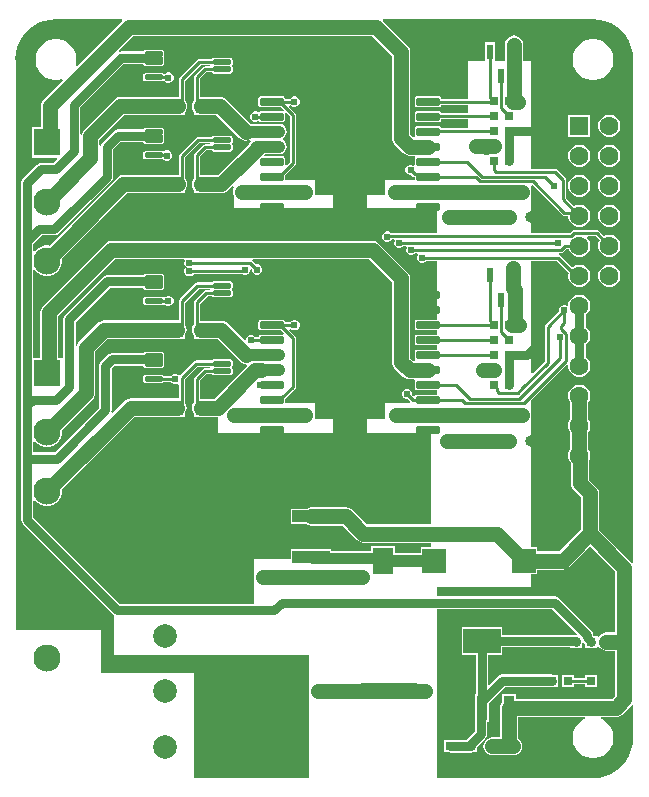
<source format=gtl>
G04*
G04 #@! TF.GenerationSoftware,Altium Limited,Altium Designer,21.5.1 (32)*
G04*
G04 Layer_Physical_Order=1*
G04 Layer_Color=7334*
%FSLAX25Y25*%
%MOIN*%
G70*
G04*
G04 #@! TF.SameCoordinates,4ADBACA6-D99A-42C5-8304-42A3838A2759*
G04*
G04*
G04 #@! TF.FilePolarity,Positive*
G04*
G01*
G75*
%ADD12C,0.01000*%
G04:AMPARAMS|DCode=18|XSize=59.06mil|YSize=17.72mil|CornerRadius=1.95mil|HoleSize=0mil|Usage=FLASHONLY|Rotation=180.000|XOffset=0mil|YOffset=0mil|HoleType=Round|Shape=RoundedRectangle|*
%AMROUNDEDRECTD18*
21,1,0.05906,0.01382,0,0,180.0*
21,1,0.05516,0.01772,0,0,180.0*
1,1,0.00390,-0.02758,0.00691*
1,1,0.00390,0.02758,0.00691*
1,1,0.00390,0.02758,-0.00691*
1,1,0.00390,-0.02758,-0.00691*
%
%ADD18ROUNDEDRECTD18*%
%ADD19R,0.03500X0.05000*%
G04:AMPARAMS|DCode=20|XSize=78.35mil|YSize=24.8mil|CornerRadius=1.98mil|HoleSize=0mil|Usage=FLASHONLY|Rotation=0.000|XOffset=0mil|YOffset=0mil|HoleType=Round|Shape=RoundedRectangle|*
%AMROUNDEDRECTD20*
21,1,0.07835,0.02084,0,0,0.0*
21,1,0.07438,0.02480,0,0,0.0*
1,1,0.00397,0.03719,-0.01042*
1,1,0.00397,-0.03719,-0.01042*
1,1,0.00397,-0.03719,0.01042*
1,1,0.00397,0.03719,0.01042*
%
%ADD20ROUNDEDRECTD20*%
%ADD21R,0.03000X0.03000*%
%ADD22R,0.39370X0.41142*%
%ADD23R,0.12598X0.04134*%
%ADD24R,0.06890X0.08661*%
%ADD25R,0.03000X0.03000*%
%ADD26R,0.02362X0.05118*%
%ADD27R,0.10630X0.03937*%
%ADD28O,0.10630X0.03937*%
%ADD29R,0.03937X0.10630*%
%ADD30O,0.03937X0.10630*%
%ADD31R,0.07874X0.07874*%
%ADD32O,0.18898X0.05512*%
%ADD33R,0.18898X0.05512*%
%ADD34R,0.12598X0.08268*%
%ADD35R,0.03543X0.08268*%
%ADD36P,0.03247X8X22.5*%
%ADD63R,0.23622X0.37795*%
%ADD64R,0.11417X0.15748*%
%ADD65C,0.05000*%
%ADD66C,0.04000*%
%ADD67C,0.03000*%
%ADD68C,0.03500*%
%ADD69C,0.07874*%
%ADD70R,0.06299X0.06299*%
%ADD71C,0.06299*%
%ADD72R,0.09055X0.09055*%
%ADD73C,0.09055*%
%ADD74C,0.02400*%
G36*
X0Y239471D02*
X21984D01*
X22191Y238971D01*
X6949Y223729D01*
X6534Y224006D01*
X6538Y224017D01*
X6799Y225330D01*
Y226670D01*
X6538Y227983D01*
X6025Y229221D01*
X5281Y230334D01*
X4334Y231281D01*
X3221Y232025D01*
X1983Y232538D01*
X670Y232799D01*
X-670D01*
X-1983Y232538D01*
X-3221Y232025D01*
X-4334Y231281D01*
X-5281Y230334D01*
X-6025Y229221D01*
X-6538Y227983D01*
X-6799Y226670D01*
Y225330D01*
X-6538Y224017D01*
X-6025Y222779D01*
X-5281Y221666D01*
X-4334Y220719D01*
X-3221Y219975D01*
X-1983Y219462D01*
X-670Y219201D01*
X670D01*
X1983Y219462D01*
X1994Y219466D01*
X2271Y219051D01*
X-4242Y212537D01*
X-4723Y211911D01*
X-5025Y211181D01*
X-5128Y210398D01*
Y203398D01*
X-8028D01*
Y193342D01*
X319D01*
X510Y192881D01*
X-831Y191539D01*
X-5000D01*
X-5000Y191539D01*
X-5780Y191384D01*
X-6442Y190942D01*
X-10970Y186414D01*
X-11411Y185753D01*
X-11567Y184972D01*
Y165472D01*
Y110743D01*
Y93000D01*
Y72528D01*
X-11411Y71747D01*
X-10970Y71086D01*
X19058Y41058D01*
X19500Y40763D01*
Y27500D01*
X84500D01*
Y15697D01*
X84474Y15500D01*
X84500Y15303D01*
Y-13471D01*
X46000D01*
Y21500D01*
X15000D01*
Y36000D01*
X-13471D01*
Y226000D01*
X-13486Y226076D01*
X-13326Y228111D01*
X-12831Y230169D01*
X-12021Y232125D01*
X-10915Y233930D01*
X-9540Y235540D01*
X-7930Y236915D01*
X-6125Y238021D01*
X-4169Y238831D01*
X-2111Y239325D01*
X-76Y239486D01*
X0Y239471D01*
D02*
G37*
G36*
X111974Y227318D02*
Y199929D01*
X112077Y199146D01*
X112380Y198416D01*
X112860Y197789D01*
X115789Y194860D01*
X115789Y194860D01*
X116416Y194379D01*
X117146Y194077D01*
X117929Y193974D01*
X117929Y193974D01*
X119519D01*
X119649Y193758D01*
X119730Y193474D01*
X119623Y193314D01*
X119569Y193042D01*
Y190958D01*
X119571Y190946D01*
X119315Y190755D01*
X119118Y190665D01*
X118541Y190903D01*
X117865D01*
X117240Y190644D01*
X116762Y190166D01*
X116503Y189541D01*
Y188865D01*
X116762Y188240D01*
X117240Y187762D01*
X117865Y187503D01*
X118461D01*
X118989Y186975D01*
X119320Y186754D01*
X119569Y186705D01*
Y186000D01*
X76384D01*
Y187442D01*
X79721Y190779D01*
X79942Y191110D01*
X80020Y191500D01*
Y207630D01*
X79942Y208020D01*
X79721Y208351D01*
X77744Y210328D01*
X77925Y210854D01*
X78207Y210889D01*
X78537Y210559D01*
X79162Y210300D01*
X79838D01*
X80463Y210559D01*
X80941Y211037D01*
X81200Y211662D01*
Y212338D01*
X80941Y212963D01*
X80463Y213441D01*
X79838Y213700D01*
X79162D01*
X78537Y213441D01*
X78115Y213020D01*
X76384D01*
Y213042D01*
X76329Y213314D01*
X76175Y213545D01*
X75944Y213700D01*
X75672Y213754D01*
X68234D01*
X67961Y213700D01*
X67730Y213545D01*
X67576Y213314D01*
X67522Y213042D01*
Y210958D01*
X67576Y210686D01*
X67730Y210455D01*
X67961Y210300D01*
X68234Y210246D01*
X74942D01*
X75987Y209201D01*
X75741Y208740D01*
X75672Y208754D01*
X68234D01*
X67961Y208700D01*
X67730Y208545D01*
X67675Y208462D01*
X67463Y208441D01*
X66838Y208700D01*
X66162D01*
X65537Y208441D01*
X65059Y207963D01*
X64800Y207338D01*
Y206662D01*
X65059Y206037D01*
X65537Y205559D01*
X66162Y205300D01*
X66838D01*
X67463Y205559D01*
X67675Y205538D01*
X67730Y205455D01*
X67961Y205300D01*
X68234Y205246D01*
X75672D01*
X75944Y205300D01*
X76175Y205455D01*
X76329Y205686D01*
X76384Y205958D01*
Y208042D01*
X76370Y208111D01*
X76831Y208357D01*
X77980Y207208D01*
Y191922D01*
X76863Y190805D01*
X76561Y190902D01*
X76384Y191033D01*
Y193042D01*
X76329Y193314D01*
X76175Y193545D01*
X75944Y193700D01*
X75672Y193754D01*
X69703D01*
X69460Y194254D01*
X69615Y194451D01*
X74500D01*
X75476Y194645D01*
X76302Y195198D01*
X76855Y196025D01*
X77049Y197000D01*
X76855Y197976D01*
X76302Y198802D01*
X75684Y199216D01*
Y199784D01*
X76302Y200198D01*
X76855Y201025D01*
X77049Y202000D01*
X76855Y202976D01*
X76302Y203802D01*
X75476Y204355D01*
X74500Y204549D01*
X64953D01*
X56862Y212640D01*
X56236Y213121D01*
X55506Y213423D01*
X54723Y213526D01*
X48241D01*
X48079Y213668D01*
Y219637D01*
X50143Y221701D01*
X52043D01*
X52158Y221529D01*
X52388Y221375D01*
X52659Y221321D01*
X58175D01*
X58446Y221375D01*
X58676Y221529D01*
X58830Y221758D01*
X58884Y222029D01*
Y223411D01*
X58830Y223682D01*
X58709Y224000D01*
X58830Y224318D01*
X58884Y224589D01*
Y225971D01*
X58830Y226242D01*
X58676Y226471D01*
X58446Y226625D01*
X58175Y226679D01*
X52659D01*
X52388Y226625D01*
X52158Y226471D01*
X52043Y226299D01*
X47780D01*
X47389Y226221D01*
X47059Y226000D01*
X41220Y220162D01*
X40999Y219831D01*
X40922Y219441D01*
Y213668D01*
X40760Y213526D01*
X21500D01*
X21500Y213526D01*
X20717Y213423D01*
X19987Y213121D01*
X19361Y212640D01*
X9360Y202640D01*
X8879Y202013D01*
X8577Y201283D01*
X8539Y200994D01*
X8039Y201027D01*
Y210022D01*
X22635Y224618D01*
X29116D01*
Y224589D01*
X29170Y224318D01*
X29324Y224088D01*
X29554Y223934D01*
X29825Y223880D01*
X35341D01*
X35612Y223934D01*
X35842Y224088D01*
X35995Y224318D01*
X36049Y224589D01*
Y225971D01*
X35995Y226242D01*
X35989Y226250D01*
X36039Y226500D01*
X35971Y226841D01*
X35995Y226876D01*
X36049Y227148D01*
Y228530D01*
X35995Y228801D01*
X35842Y229030D01*
X35612Y229184D01*
X35341Y229238D01*
X29825D01*
X29554Y229184D01*
X29324Y229030D01*
X29170Y228801D01*
X29149Y228696D01*
X21790D01*
X21593Y228657D01*
X21144D01*
X20936Y229157D01*
X25753Y233974D01*
X105318D01*
X111974Y227318D01*
D02*
G37*
G36*
X51446Y224000D02*
X51295Y223740D01*
X49720D01*
X49330Y223662D01*
X49000Y223441D01*
X46338Y220780D01*
X46117Y220450D01*
X46040Y220059D01*
Y213500D01*
X45990D01*
Y212496D01*
X45620Y212013D01*
X45318Y211283D01*
X45215Y210500D01*
X45318Y209717D01*
X45620Y208987D01*
X45990Y208505D01*
Y207500D01*
X48044D01*
X48241Y207474D01*
X53469D01*
X61083Y199860D01*
X61710Y199380D01*
X62440Y199077D01*
X63223Y198974D01*
X64006Y199077D01*
X64626Y199334D01*
X64860Y199269D01*
X64966Y198729D01*
X64962Y198718D01*
X64860Y198640D01*
X64380Y198013D01*
X64363Y197974D01*
X53916Y187526D01*
X48241D01*
X48079Y187668D01*
Y193637D01*
X50143Y195701D01*
X52043D01*
X52158Y195528D01*
X52388Y195375D01*
X52659Y195321D01*
X58175D01*
X58446Y195375D01*
X58676Y195528D01*
X58830Y195758D01*
X58884Y196029D01*
Y197411D01*
X58830Y197682D01*
X58709Y198000D01*
X58830Y198318D01*
X58884Y198589D01*
Y199970D01*
X58830Y200242D01*
X58676Y200471D01*
X58446Y200625D01*
X58175Y200679D01*
X52659D01*
X52388Y200625D01*
X52158Y200471D01*
X52043Y200299D01*
X47280D01*
X46889Y200221D01*
X46559Y200001D01*
X41220Y194662D01*
X40999Y194331D01*
X40922Y193941D01*
Y187668D01*
X40760Y187526D01*
X22500D01*
X21717Y187423D01*
X20987Y187121D01*
X20361Y186640D01*
X-2270Y164009D01*
X-2338Y164028D01*
X-3662D01*
X-4941Y163685D01*
X-6087Y163023D01*
X-6988Y162122D01*
X-7247Y162147D01*
X-7488Y162212D01*
Y164628D01*
X-4655Y167461D01*
X-500D01*
X280Y167616D01*
X942Y168058D01*
X18442Y185558D01*
X18884Y186220D01*
X19039Y187000D01*
Y196155D01*
X21502Y198618D01*
X29116D01*
Y198589D01*
X29170Y198318D01*
X29324Y198088D01*
X29554Y197934D01*
X29825Y197880D01*
X35341D01*
X35612Y197934D01*
X35842Y198088D01*
X35995Y198318D01*
X36049Y198589D01*
Y199970D01*
X35995Y200242D01*
X35989Y200250D01*
X36039Y200500D01*
X35971Y200841D01*
X35995Y200876D01*
X36049Y201148D01*
Y202530D01*
X35995Y202801D01*
X35842Y203030D01*
X35612Y203184D01*
X35341Y203238D01*
X29825D01*
X29554Y203184D01*
X29324Y203030D01*
X29170Y202801D01*
X29149Y202696D01*
X20657D01*
X19877Y202541D01*
X19215Y202099D01*
X15558Y198442D01*
X15116Y197780D01*
X15026Y197327D01*
X14526Y197376D01*
Y199247D01*
X22754Y207474D01*
X40760D01*
X40957Y207500D01*
X43010D01*
Y208505D01*
X43381Y208987D01*
X43683Y209717D01*
X43786Y210500D01*
X43683Y211283D01*
X43381Y212013D01*
X43010Y212496D01*
Y213500D01*
X42961D01*
Y219019D01*
X48202Y224260D01*
X51295D01*
X51446Y224000D01*
D02*
G37*
G36*
X181111Y239325D02*
X183169Y238831D01*
X185125Y238021D01*
X186930Y236915D01*
X188540Y235540D01*
X189915Y233930D01*
X191021Y232125D01*
X191831Y230169D01*
X192325Y228111D01*
X192486Y226076D01*
X192471Y226000D01*
Y58406D01*
X191971Y58236D01*
X191640Y58667D01*
X191640Y58667D01*
X181026Y69281D01*
Y70311D01*
Y81500D01*
X181026Y81500D01*
X180974Y81892D01*
X180923Y82283D01*
X180621Y83013D01*
X180140Y83640D01*
X177775Y86005D01*
Y92372D01*
X177901Y92591D01*
X178150Y93520D01*
Y94481D01*
X177901Y95409D01*
X177526Y96058D01*
Y101942D01*
X177901Y102591D01*
X178150Y103519D01*
Y104481D01*
X177901Y105409D01*
X177526Y106058D01*
Y111942D01*
X177901Y112591D01*
X178150Y113520D01*
Y114480D01*
X177901Y115409D01*
X177420Y116241D01*
X176741Y116920D01*
X175909Y117401D01*
X174980Y117650D01*
X174020D01*
X173091Y117401D01*
X172259Y116920D01*
X171580Y116241D01*
X171099Y115409D01*
X170850Y114480D01*
Y113520D01*
X171099Y112591D01*
X171474Y111942D01*
Y106058D01*
X171099Y105409D01*
X170850Y104481D01*
Y103519D01*
X171099Y102591D01*
X171474Y101942D01*
Y96058D01*
X171099Y95409D01*
X170850Y94481D01*
Y93520D01*
X171099Y92591D01*
X171580Y91759D01*
X171723Y91616D01*
Y84751D01*
X171826Y83968D01*
X172128Y83239D01*
X172609Y82612D01*
X174974Y80247D01*
Y70311D01*
Y69281D01*
X167719Y62026D01*
X160437D01*
Y63437D01*
X158500D01*
Y107303D01*
X158526Y107500D01*
X158500Y107697D01*
Y112558D01*
X170350Y124408D01*
X170850Y124201D01*
Y123520D01*
X171099Y122591D01*
X171580Y121759D01*
X172259Y121080D01*
X173091Y120599D01*
X174020Y120350D01*
X174980D01*
X175909Y120599D01*
X176741Y121080D01*
X177420Y121759D01*
X177901Y122591D01*
X178150Y123520D01*
Y124480D01*
X177901Y125409D01*
X177420Y126241D01*
X176741Y126920D01*
X176539Y127037D01*
Y130963D01*
X176741Y131080D01*
X177420Y131759D01*
X177901Y132591D01*
X178150Y133519D01*
Y134481D01*
X177901Y135409D01*
X177420Y136241D01*
X176741Y136920D01*
X176539Y137037D01*
Y140963D01*
X176741Y141080D01*
X177420Y141759D01*
X177901Y142591D01*
X178150Y143519D01*
Y144481D01*
X177901Y145409D01*
X177420Y146241D01*
X176741Y146920D01*
X175909Y147401D01*
X174980Y147650D01*
X174020D01*
X173091Y147401D01*
X172259Y146920D01*
X171580Y146241D01*
X171099Y145409D01*
X170850Y144481D01*
Y144207D01*
X170350Y143988D01*
X169838Y144200D01*
X169162D01*
X168537Y143941D01*
X168059Y143463D01*
X167800Y142838D01*
Y142242D01*
X163279Y137721D01*
X163058Y137390D01*
X162980Y137000D01*
Y125422D01*
X158962Y121404D01*
X158500Y121595D01*
Y158980D01*
X166915D01*
X170970Y154926D01*
X170850Y154481D01*
Y153519D01*
X171099Y152591D01*
X171580Y151759D01*
X172259Y151080D01*
X173091Y150599D01*
X174020Y150350D01*
X174980D01*
X175909Y150599D01*
X176741Y151080D01*
X177420Y151759D01*
X177901Y152591D01*
X178150Y153519D01*
Y154481D01*
X177901Y155409D01*
X177420Y156241D01*
X176741Y156920D01*
X175909Y157401D01*
X174980Y157650D01*
X174020D01*
X173091Y157401D01*
X172259Y156920D01*
X172059Y156720D01*
X168059Y160721D01*
X167728Y160942D01*
X167545Y160978D01*
X167594Y161478D01*
X168411D01*
X168801Y161556D01*
X169132Y161777D01*
X170273Y162917D01*
X171012D01*
X171099Y162591D01*
X171580Y161759D01*
X172259Y161080D01*
X173091Y160599D01*
X174020Y160350D01*
X174980D01*
X175909Y160599D01*
X176741Y161080D01*
X177420Y161759D01*
X177901Y162591D01*
X178150Y163520D01*
Y164480D01*
X177901Y165409D01*
X177420Y166241D01*
X177031Y166630D01*
X177238Y167130D01*
X179928D01*
X181300Y165758D01*
X181099Y165409D01*
X180850Y164480D01*
Y163520D01*
X181099Y162591D01*
X181580Y161759D01*
X182259Y161080D01*
X183091Y160599D01*
X184019Y160350D01*
X184980D01*
X185909Y160599D01*
X186741Y161080D01*
X187420Y161759D01*
X187901Y162591D01*
X188150Y163520D01*
Y164480D01*
X187901Y165409D01*
X187420Y166241D01*
X186741Y166920D01*
X185909Y167401D01*
X184980Y167650D01*
X184019D01*
X183091Y167401D01*
X182743Y167200D01*
X181071Y168871D01*
X180741Y169092D01*
X180350Y169169D01*
X172781D01*
X172391Y169092D01*
X172060Y168871D01*
X171409Y168220D01*
X158500D01*
Y181803D01*
X158526Y182000D01*
X158500Y182197D01*
Y183851D01*
X159000Y184058D01*
X168779Y174279D01*
X169110Y174058D01*
X169500Y173980D01*
X170850D01*
Y173520D01*
X171099Y172591D01*
X171580Y171759D01*
X172259Y171080D01*
X173091Y170599D01*
X174020Y170350D01*
X174980D01*
X175909Y170599D01*
X176741Y171080D01*
X177420Y171759D01*
X177901Y172591D01*
X178150Y173520D01*
Y174480D01*
X177901Y175409D01*
X177420Y176241D01*
X176741Y176920D01*
X175909Y177401D01*
X174980Y177650D01*
X174020D01*
X173091Y177401D01*
X172742Y177199D01*
X170020Y179922D01*
Y186000D01*
X169942Y186390D01*
X169721Y186721D01*
X167221Y189221D01*
X166890Y189442D01*
X166500Y189520D01*
X158500D01*
Y225500D01*
X155707D01*
Y231000D01*
X155604Y231783D01*
X155302Y232513D01*
X154821Y233140D01*
X154194Y233621D01*
X153464Y233923D01*
X152681Y234026D01*
X151898Y233923D01*
X151168Y233621D01*
X150541Y233140D01*
X150061Y232513D01*
X149758Y231783D01*
X149655Y231000D01*
Y225500D01*
X146910D01*
X146441Y225575D01*
Y231693D01*
X143079D01*
Y225575D01*
X142610Y225500D01*
X137500D01*
Y213020D01*
X128431D01*
Y213042D01*
X128377Y213314D01*
X128222Y213545D01*
X127991Y213700D01*
X127719Y213754D01*
X120281D01*
X120009Y213700D01*
X119778Y213545D01*
X119623Y213314D01*
X119569Y213042D01*
Y210958D01*
X119623Y210686D01*
X119778Y210455D01*
X120009Y210300D01*
X120281Y210246D01*
X127719D01*
X127991Y210300D01*
X128222Y210455D01*
X128377Y210686D01*
X128431Y210958D01*
Y210980D01*
X137500D01*
Y208118D01*
X128416D01*
X128377Y208314D01*
X128222Y208545D01*
X127991Y208700D01*
X127719Y208754D01*
X120281D01*
X120009Y208700D01*
X119778Y208545D01*
X119623Y208314D01*
X119569Y208042D01*
Y205958D01*
X119623Y205686D01*
X119778Y205455D01*
X120009Y205300D01*
X120281Y205246D01*
X127719D01*
X127991Y205300D01*
X128222Y205455D01*
X128377Y205686D01*
X128431Y205958D01*
Y206079D01*
X137500D01*
Y203118D01*
X128416D01*
X128377Y203314D01*
X128222Y203545D01*
X127991Y203700D01*
X127719Y203754D01*
X120281D01*
X120009Y203700D01*
X119778Y203545D01*
X119623Y203314D01*
X119569Y203042D01*
Y200958D01*
X119623Y200686D01*
X119638Y200664D01*
X119431Y200170D01*
X119069Y200139D01*
X118026Y201182D01*
Y228571D01*
X117923Y229354D01*
X117621Y230084D01*
X117140Y230711D01*
X108880Y238971D01*
X109087Y239471D01*
X179000D01*
X179076Y239486D01*
X181111Y239325D01*
D02*
G37*
G36*
X51446Y198000D02*
X51295Y197740D01*
X49720D01*
X49330Y197662D01*
X49000Y197441D01*
X46338Y194780D01*
X46117Y194450D01*
X46040Y194059D01*
Y187500D01*
X45990D01*
Y186496D01*
X45620Y186013D01*
X45318Y185284D01*
X45215Y184500D01*
X45318Y183717D01*
X45620Y182987D01*
X45990Y182504D01*
Y181500D01*
X48044D01*
X48241Y181474D01*
X55169D01*
X55952Y181578D01*
X56682Y181880D01*
X57309Y182361D01*
X58744Y183796D01*
X59323Y183668D01*
X59336Y183632D01*
X59348Y183437D01*
X59077Y182783D01*
X58974Y182000D01*
X59077Y181217D01*
X59380Y180487D01*
X59500Y180330D01*
Y176500D01*
X127000D01*
Y168220D01*
X111685D01*
X111463Y168441D01*
X110838Y168700D01*
X110162D01*
X109537Y168441D01*
X109059Y167963D01*
X108800Y167338D01*
Y166662D01*
X109059Y166037D01*
X109537Y165559D01*
X110162Y165300D01*
X110838D01*
X111463Y165559D01*
X111941Y166037D01*
X112001Y166180D01*
X112623D01*
X112942Y165680D01*
X112800Y165338D01*
Y164662D01*
X113059Y164037D01*
X113537Y163559D01*
X114162Y163300D01*
X114838D01*
X115463Y163559D01*
X115734Y163829D01*
X116774D01*
X117004Y163329D01*
X116800Y162836D01*
Y162160D01*
X117059Y161535D01*
X117537Y161057D01*
X118162Y160798D01*
X118838D01*
X119463Y161057D01*
X119885Y161478D01*
X120367D01*
X120574Y160978D01*
X120559Y160963D01*
X120300Y160338D01*
Y159662D01*
X120559Y159037D01*
X121037Y158559D01*
X121662Y158300D01*
X122338D01*
X122963Y158559D01*
X123385Y158980D01*
X127000D01*
Y139254D01*
X120281D01*
X120009Y139200D01*
X119778Y139045D01*
X119623Y138814D01*
X119569Y138542D01*
Y136458D01*
X119623Y136186D01*
X119778Y135955D01*
X120009Y135800D01*
X120281Y135746D01*
X127000D01*
Y134254D01*
X120281D01*
X120009Y134200D01*
X119778Y134045D01*
X119623Y133814D01*
X119569Y133542D01*
Y131458D01*
X119623Y131186D01*
X119778Y130955D01*
X120009Y130800D01*
X120281Y130746D01*
X127000D01*
Y129254D01*
X120281D01*
X120009Y129200D01*
X119778Y129045D01*
X119623Y128814D01*
X119569Y128542D01*
Y126458D01*
X119623Y126186D01*
X119778Y125955D01*
X119818Y125927D01*
X119667Y125427D01*
X119182D01*
X118026Y126584D01*
Y153071D01*
X117923Y153854D01*
X117621Y154584D01*
X117140Y155211D01*
X117140Y155211D01*
X107711Y164640D01*
X107084Y165120D01*
X106354Y165423D01*
X105571Y165526D01*
X18500D01*
X18500Y165526D01*
X18108Y165474D01*
X17717Y165423D01*
X16987Y165120D01*
X16360Y164640D01*
X-4309Y143971D01*
X-4790Y143344D01*
X-5092Y142614D01*
X-5195Y141831D01*
Y126528D01*
X-7488D01*
Y155788D01*
X-7247Y155853D01*
X-6988Y155878D01*
X-6087Y154977D01*
X-4941Y154315D01*
X-3662Y153972D01*
X-2338D01*
X-1059Y154315D01*
X87Y154977D01*
X1023Y155913D01*
X1685Y157059D01*
X2028Y158338D01*
Y159662D01*
X2009Y159730D01*
X23754Y181474D01*
X40760D01*
X40957Y181500D01*
X43010D01*
Y182504D01*
X43381Y182987D01*
X43683Y183717D01*
X43786Y184500D01*
X43683Y185284D01*
X43381Y186013D01*
X43010Y186496D01*
Y187500D01*
X42961D01*
Y193519D01*
X47702Y198260D01*
X51295D01*
X51446Y198000D01*
D02*
G37*
G36*
X111974Y151818D02*
Y125330D01*
X112077Y124547D01*
X112380Y123818D01*
X112860Y123191D01*
X115789Y120262D01*
X115789Y120262D01*
X116416Y119781D01*
X117146Y119479D01*
X117929Y119376D01*
X117929Y119376D01*
X119441D01*
X119664Y118876D01*
X119623Y118814D01*
X119569Y118542D01*
Y116458D01*
X119623Y116186D01*
X119778Y115955D01*
X120009Y115800D01*
X120281Y115746D01*
X127000D01*
Y114254D01*
X120281D01*
X120009Y114200D01*
X119778Y114045D01*
X119708Y113941D01*
X119258Y113823D01*
X119116Y113826D01*
X118700Y114242D01*
Y114838D01*
X118441Y115463D01*
X117963Y115941D01*
X117338Y116200D01*
X116662D01*
X116037Y115941D01*
X115559Y115463D01*
X115300Y114838D01*
Y114162D01*
X115559Y113537D01*
X116037Y113059D01*
X116662Y112800D01*
X117258D01*
X118058Y112000D01*
X117851Y111500D01*
X76384D01*
Y112942D01*
X79721Y116279D01*
X79942Y116610D01*
X80020Y117000D01*
Y133031D01*
X79942Y133422D01*
X79721Y133753D01*
X77744Y135730D01*
X77925Y136256D01*
X78207Y136291D01*
X78537Y135960D01*
X79162Y135702D01*
X79838D01*
X80463Y135960D01*
X80941Y136439D01*
X81200Y137063D01*
Y137740D01*
X80941Y138365D01*
X80463Y138843D01*
X79838Y139102D01*
X79162D01*
X78537Y138843D01*
X78115Y138421D01*
X76384D01*
Y138542D01*
X76329Y138814D01*
X76175Y139045D01*
X75944Y139200D01*
X75672Y139254D01*
X68234D01*
X67961Y139200D01*
X67730Y139045D01*
X67576Y138814D01*
X67522Y138542D01*
Y136458D01*
X67576Y136186D01*
X67730Y135955D01*
X67961Y135800D01*
X68234Y135746D01*
X74843D01*
X75864Y134725D01*
X75712Y134353D01*
X75629Y134254D01*
X68234D01*
X67961Y134200D01*
X67730Y134045D01*
X67576Y133814D01*
X67522Y133542D01*
Y133421D01*
X66385D01*
X65963Y133843D01*
X65338Y134102D01*
X64662D01*
X64037Y133843D01*
X63559Y133364D01*
X63300Y132740D01*
Y132686D01*
X62800Y132479D01*
X57238Y138041D01*
X56611Y138522D01*
X55881Y138825D01*
X55098Y138928D01*
X48241D01*
X48079Y139069D01*
Y144637D01*
X50544Y147102D01*
X52043D01*
X52158Y146930D01*
X52388Y146776D01*
X52659Y146723D01*
X58175D01*
X58446Y146776D01*
X58676Y146930D01*
X58830Y147160D01*
X58884Y147431D01*
Y148813D01*
X58830Y149084D01*
X58709Y149402D01*
X58830Y149719D01*
X58884Y149990D01*
Y151372D01*
X58830Y151643D01*
X58676Y151873D01*
X58446Y152027D01*
X58175Y152081D01*
X52659D01*
X52388Y152027D01*
X52158Y151873D01*
X52043Y151701D01*
X47181D01*
X46791Y151623D01*
X46460Y151402D01*
X41220Y146162D01*
X40999Y145831D01*
X40922Y145441D01*
Y139353D01*
X40546Y139023D01*
X40523Y139026D01*
X16000D01*
X15217Y138923D01*
X14487Y138620D01*
X13860Y138140D01*
X7860Y132140D01*
X7379Y131513D01*
X7077Y130783D01*
X7039Y130494D01*
X6539Y130527D01*
Y138655D01*
X17903Y150020D01*
X29116D01*
Y149990D01*
X29170Y149719D01*
X29324Y149489D01*
X29554Y149336D01*
X29825Y149282D01*
X35341D01*
X35612Y149336D01*
X35842Y149489D01*
X35995Y149719D01*
X36049Y149990D01*
Y151372D01*
X35995Y151643D01*
X35974Y151674D01*
X36039Y152000D01*
X35987Y152265D01*
X35995Y152278D01*
X36049Y152549D01*
Y153931D01*
X35995Y154202D01*
X35842Y154432D01*
X35612Y154586D01*
X35341Y154640D01*
X29825D01*
X29554Y154586D01*
X29324Y154432D01*
X29170Y154202D01*
X29149Y154098D01*
X17059D01*
X16278Y153943D01*
X15617Y153501D01*
X3058Y140942D01*
X2616Y140280D01*
X2461Y139500D01*
Y126689D01*
X2028Y126528D01*
Y126528D01*
X857D01*
Y140577D01*
X19753Y159474D01*
X42617D01*
X42939Y158974D01*
X42800Y158638D01*
Y157962D01*
X43059Y157337D01*
X43219Y157177D01*
X43529Y156850D01*
X43219Y156523D01*
X43059Y156363D01*
X42800Y155738D01*
Y155062D01*
X43059Y154437D01*
X43537Y153959D01*
X44162Y153700D01*
X44838D01*
X45463Y153959D01*
X45941Y154437D01*
X46001Y154580D01*
X61793D01*
X62014Y154359D01*
X62639Y154100D01*
X63315D01*
X63940Y154359D01*
X64418Y154837D01*
X64677Y155462D01*
Y155818D01*
X65177Y156103D01*
X65300Y156030D01*
Y155662D01*
X65559Y155037D01*
X66037Y154559D01*
X66662Y154300D01*
X67338D01*
X67963Y154559D01*
X68441Y155037D01*
X68700Y155662D01*
Y156338D01*
X68441Y156963D01*
X67963Y157441D01*
X67338Y157700D01*
X66742D01*
X65468Y158974D01*
X65494Y159170D01*
X65643Y159474D01*
X104318D01*
X111974Y151818D01*
D02*
G37*
G36*
X51446Y149402D02*
X51295Y149142D01*
X50122D01*
X49732Y149064D01*
X49401Y148843D01*
X46338Y145780D01*
X46117Y145450D01*
X46040Y145059D01*
Y138902D01*
X45990D01*
Y137898D01*
X45620Y137415D01*
X45318Y136685D01*
X45215Y135902D01*
X45318Y135119D01*
X45620Y134389D01*
X45990Y133906D01*
Y132902D01*
X48044D01*
X48241Y132876D01*
X53845D01*
X61360Y125360D01*
X61987Y124880D01*
X62717Y124577D01*
X63489Y124476D01*
X63515Y124442D01*
X63719Y123999D01*
X52649Y112928D01*
X48241D01*
X48079Y113069D01*
Y119137D01*
X50044Y121102D01*
X52043D01*
X52158Y120930D01*
X52388Y120776D01*
X52659Y120723D01*
X58175D01*
X58446Y120776D01*
X58676Y120930D01*
X58830Y121160D01*
X58884Y121431D01*
Y122813D01*
X58830Y123084D01*
X58709Y123402D01*
X58830Y123719D01*
X58884Y123990D01*
Y125372D01*
X58830Y125643D01*
X58676Y125873D01*
X58446Y126027D01*
X58175Y126081D01*
X52659D01*
X52388Y126027D01*
X52158Y125873D01*
X52043Y125701D01*
X46681D01*
X46291Y125623D01*
X45960Y125402D01*
X41435Y120877D01*
X40785Y120819D01*
X40663Y120941D01*
X40038Y121200D01*
X39362D01*
X38737Y120941D01*
X38347Y120551D01*
X35978D01*
X35842Y120755D01*
X35612Y120908D01*
X35341Y120962D01*
X29825D01*
X29554Y120908D01*
X29324Y120755D01*
X29170Y120525D01*
X29116Y120254D01*
Y118872D01*
X29170Y118601D01*
X29324Y118371D01*
X29554Y118218D01*
X29825Y118164D01*
X35341D01*
X35612Y118218D01*
X35842Y118371D01*
X35936Y118512D01*
X38284D01*
X38737Y118059D01*
X39362Y117800D01*
X40038D01*
X40422Y117959D01*
X40922Y117664D01*
Y113353D01*
X40546Y113023D01*
X40523Y113026D01*
X24870D01*
X24870Y113026D01*
X24087Y112923D01*
X23357Y112620D01*
X22730Y112140D01*
X22730Y112140D01*
X18887Y108296D01*
X18426Y108542D01*
X18539Y109112D01*
Y123155D01*
X19403Y124020D01*
X29116D01*
Y123990D01*
X29170Y123719D01*
X29324Y123489D01*
X29554Y123336D01*
X29825Y123282D01*
X35341D01*
X35612Y123336D01*
X35842Y123489D01*
X35995Y123719D01*
X36049Y123990D01*
Y125372D01*
X35995Y125643D01*
X35974Y125674D01*
X36039Y126000D01*
X35987Y126265D01*
X35995Y126278D01*
X36049Y126549D01*
Y127931D01*
X35995Y128202D01*
X35842Y128432D01*
X35612Y128586D01*
X35341Y128640D01*
X29825D01*
X29554Y128586D01*
X29324Y128432D01*
X29170Y128202D01*
X29149Y128098D01*
X18559D01*
X17778Y127943D01*
X17117Y127501D01*
X15058Y125442D01*
X14616Y124780D01*
X14461Y124000D01*
Y109957D01*
X-457Y95039D01*
X-7488D01*
Y98603D01*
X-7247Y98668D01*
X-6988Y98693D01*
X-6087Y97792D01*
X-4941Y97130D01*
X-3662Y96787D01*
X-2338D01*
X-1059Y97130D01*
X87Y97792D01*
X1023Y98728D01*
X1685Y99874D01*
X2028Y101153D01*
Y102477D01*
X2009Y102545D01*
X12140Y112675D01*
X12140Y112675D01*
X12620Y113302D01*
X12923Y114032D01*
X13026Y114815D01*
X13026Y114815D01*
Y128747D01*
X17253Y132974D01*
X38510D01*
Y132902D01*
X43010D01*
Y134313D01*
X43144Y134487D01*
X43446Y135217D01*
X43549Y136000D01*
X43446Y136783D01*
X43144Y137513D01*
X43010Y137687D01*
Y138902D01*
X42961D01*
Y145019D01*
X47603Y149662D01*
X51295D01*
X51446Y149402D01*
D02*
G37*
G36*
Y123402D02*
X51295Y123142D01*
X49622D01*
X49232Y123064D01*
X48901Y122843D01*
X46338Y120280D01*
X46117Y119950D01*
X46040Y119559D01*
Y112902D01*
X45990D01*
Y111898D01*
X45620Y111415D01*
X45318Y110685D01*
X45215Y109902D01*
X45318Y109119D01*
X45620Y108389D01*
X45990Y107906D01*
Y106902D01*
X48044D01*
X48241Y106876D01*
X53902D01*
X54000Y106790D01*
Y101500D01*
X125000D01*
Y71026D01*
X103753D01*
X98947Y75832D01*
X98320Y76313D01*
X97590Y76616D01*
X96807Y76719D01*
X85000D01*
X84217Y76616D01*
X83487Y76313D01*
X83417Y76260D01*
X78201D01*
Y71126D01*
X83417D01*
X83487Y71072D01*
X84217Y70770D01*
X85000Y70667D01*
X95554D01*
X100360Y65860D01*
X100987Y65380D01*
X101717Y65077D01*
X102500Y64974D01*
X125000D01*
Y63437D01*
X121563D01*
Y61494D01*
X112945D01*
Y63776D01*
X105055D01*
Y62284D01*
X91799D01*
Y62874D01*
X78201D01*
Y59500D01*
X66000D01*
Y53697D01*
X65974Y53500D01*
X66000Y53303D01*
Y44539D01*
X21345D01*
X-7488Y73372D01*
Y78918D01*
X-7247Y78983D01*
X-6988Y79008D01*
X-6087Y78107D01*
X-4941Y77445D01*
X-3662Y77102D01*
X-2338D01*
X-1059Y77445D01*
X87Y78107D01*
X1023Y79043D01*
X1685Y80189D01*
X2028Y81468D01*
Y82792D01*
X2009Y82860D01*
X26123Y106974D01*
X38510D01*
Y106902D01*
X43010D01*
Y108313D01*
X43144Y108487D01*
X43446Y109217D01*
X43549Y110000D01*
X43446Y110783D01*
X43144Y111513D01*
X43010Y111687D01*
Y112902D01*
X42961D01*
Y119519D01*
X47103Y123661D01*
X51295D01*
X51446Y123402D01*
D02*
G37*
G36*
X173773Y34671D02*
X173527Y34210D01*
X173280Y34260D01*
X148799D01*
Y36854D01*
X135201D01*
Y27587D01*
X139961D01*
Y14413D01*
X139728D01*
Y9705D01*
X139689Y9508D01*
Y1990D01*
X137058Y-640D01*
X136884Y-902D01*
X131500D01*
X131303Y-941D01*
X129500D01*
Y-2744D01*
X129461Y-2941D01*
X129500Y-3138D01*
Y-4941D01*
X131303D01*
X131500Y-4980D01*
X138500D01*
X138697Y-4941D01*
X140500D01*
Y-3138D01*
X140540Y-2941D01*
Y-2927D01*
X142947Y-520D01*
X143323Y-850D01*
X142880Y-1428D01*
X142578Y-2158D01*
X142474Y-2941D01*
X142578Y-3724D01*
X142880Y-4454D01*
X143361Y-5081D01*
X143987Y-5562D01*
X144717Y-5864D01*
X145500Y-5967D01*
X152500D01*
X153284Y-5864D01*
X154013Y-5562D01*
X154640Y-5081D01*
X155121Y-4454D01*
X155423Y-3724D01*
X155526Y-2941D01*
X155423Y-2158D01*
X155121Y-1428D01*
X154640Y-802D01*
X154081Y-243D01*
Y6754D01*
X176231D01*
X176330Y6254D01*
X175779Y6025D01*
X174666Y5281D01*
X173719Y4334D01*
X172975Y3221D01*
X172462Y1983D01*
X172201Y670D01*
Y-670D01*
X172462Y-1983D01*
X172975Y-3221D01*
X173719Y-4334D01*
X174666Y-5281D01*
X175779Y-6025D01*
X177017Y-6538D01*
X178330Y-6799D01*
X179670D01*
X180983Y-6538D01*
X182221Y-6025D01*
X183334Y-5281D01*
X184281Y-4334D01*
X185025Y-3221D01*
X185538Y-1983D01*
X185799Y-670D01*
Y670D01*
X185538Y1983D01*
X185025Y3221D01*
X184281Y4334D01*
X183334Y5281D01*
X182221Y6025D01*
X181670Y6254D01*
X181769Y6754D01*
X186571D01*
X187354Y6857D01*
X188084Y7159D01*
X188711Y7640D01*
X191640Y10569D01*
X191640Y10569D01*
X191971Y11000D01*
X192471Y10830D01*
Y0D01*
X192486Y-76D01*
X192325Y-2111D01*
X191831Y-4169D01*
X191021Y-6125D01*
X189915Y-7930D01*
X188540Y-9540D01*
X186930Y-10915D01*
X185125Y-12021D01*
X183169Y-12831D01*
X181111Y-13326D01*
X179076Y-13486D01*
X179000Y-13471D01*
X127000D01*
Y42961D01*
X165484D01*
X173773Y34671D01*
D02*
G37*
G36*
X186474Y55274D02*
Y35026D01*
X183500D01*
X182717Y34923D01*
X181987Y34620D01*
X181360Y34140D01*
X181000Y33670D01*
X180500Y33840D01*
Y34000D01*
X179384D01*
X179035Y34349D01*
X178884Y35109D01*
X178442Y35770D01*
X167770Y46442D01*
X167109Y46884D01*
X166328Y47039D01*
X127000D01*
Y50348D01*
X158500D01*
Y54563D01*
X160437D01*
Y55974D01*
X168973D01*
X169756Y56077D01*
X170485Y56379D01*
X171112Y56860D01*
X178000Y63748D01*
X186474Y55274D01*
D02*
G37*
G36*
X176500Y31116D02*
Y30000D01*
X178303D01*
X178500Y29961D01*
X178697Y30000D01*
X180500D01*
Y30160D01*
X181000Y30330D01*
X181360Y29860D01*
X181987Y29379D01*
X182717Y29077D01*
X183500Y28974D01*
X186474D01*
Y13962D01*
X185318Y12805D01*
X153327D01*
Y14413D01*
X148784D01*
Y11747D01*
X148435Y11293D01*
X148132Y10563D01*
X148029Y9780D01*
Y85D01*
X145500D01*
X144717Y-18D01*
X143987Y-321D01*
X143409Y-764D01*
X143079Y-388D01*
X143170Y-296D01*
X143612Y365D01*
X143767Y1146D01*
Y5146D01*
X144272D01*
Y11530D01*
X149703Y16961D01*
X165441D01*
X165638Y17000D01*
X167441D01*
Y18803D01*
X167480Y19000D01*
X167441Y19197D01*
Y21000D01*
X165638D01*
X165441Y21039D01*
X148858D01*
X148858Y21039D01*
X148078Y20884D01*
X147416Y20442D01*
X144501Y17527D01*
X144039Y17718D01*
Y27587D01*
X148799D01*
Y30181D01*
X171500D01*
Y30000D01*
X173303D01*
X173500Y29961D01*
X173697Y30000D01*
X175500D01*
Y31409D01*
X176000Y31616D01*
X176500Y31116D01*
D02*
G37*
%LPC*%
G36*
X37838Y221700D02*
X37162D01*
X36537Y221441D01*
X36425Y221329D01*
X35842Y221353D01*
X35612Y221507D01*
X35341Y221561D01*
X29825D01*
X29554Y221507D01*
X29324Y221353D01*
X29170Y221124D01*
X29116Y220852D01*
Y219471D01*
X29170Y219199D01*
X29324Y218969D01*
X29554Y218816D01*
X29825Y218762D01*
X35341D01*
X35612Y218816D01*
X35621Y218822D01*
X35886Y218952D01*
X36316Y218780D01*
X36537Y218559D01*
X37162Y218300D01*
X37838D01*
X38463Y218559D01*
X38941Y219037D01*
X39200Y219662D01*
Y220338D01*
X38941Y220963D01*
X38463Y221441D01*
X37838Y221700D01*
D02*
G37*
G36*
X37338Y195700D02*
X36662D01*
X36037Y195441D01*
X35939Y195344D01*
X35842Y195353D01*
X35612Y195507D01*
X35341Y195561D01*
X29825D01*
X29554Y195507D01*
X29324Y195353D01*
X29170Y195124D01*
X29116Y194852D01*
Y193471D01*
X29170Y193199D01*
X29324Y192970D01*
X29554Y192816D01*
X29825Y192762D01*
X35341D01*
X35612Y192816D01*
X35713Y192883D01*
X36037Y192559D01*
X36662Y192300D01*
X37338D01*
X37963Y192559D01*
X38441Y193037D01*
X38700Y193662D01*
Y194338D01*
X38441Y194963D01*
X37963Y195441D01*
X37338Y195700D01*
D02*
G37*
G36*
X179670Y232799D02*
X178330D01*
X177017Y232538D01*
X175779Y232025D01*
X174666Y231281D01*
X173719Y230334D01*
X172975Y229221D01*
X172462Y227983D01*
X172201Y226670D01*
Y225330D01*
X172462Y224017D01*
X172975Y222779D01*
X173719Y221666D01*
X174666Y220719D01*
X175779Y219975D01*
X177017Y219462D01*
X178330Y219201D01*
X179670D01*
X180983Y219462D01*
X182221Y219975D01*
X183334Y220719D01*
X184281Y221666D01*
X185025Y222779D01*
X185538Y224017D01*
X185799Y225330D01*
Y226670D01*
X185538Y227983D01*
X185025Y229221D01*
X184281Y230334D01*
X183334Y231281D01*
X182221Y232025D01*
X180983Y232538D01*
X179670Y232799D01*
D02*
G37*
G36*
X184980Y207650D02*
X184019D01*
X183091Y207401D01*
X182259Y206920D01*
X181580Y206241D01*
X181099Y205409D01*
X180850Y204481D01*
Y203520D01*
X181099Y202591D01*
X181580Y201759D01*
X182259Y201080D01*
X183091Y200599D01*
X184019Y200350D01*
X184980D01*
X185909Y200599D01*
X186741Y201080D01*
X187420Y201759D01*
X187901Y202591D01*
X188150Y203520D01*
Y204481D01*
X187901Y205409D01*
X187420Y206241D01*
X186741Y206920D01*
X185909Y207401D01*
X184980Y207650D01*
D02*
G37*
G36*
X178150D02*
X170850D01*
Y200350D01*
X178150D01*
Y207650D01*
D02*
G37*
G36*
X184980Y197650D02*
X184019D01*
X183091Y197401D01*
X182259Y196920D01*
X181580Y196241D01*
X181099Y195409D01*
X180850Y194481D01*
Y193519D01*
X181099Y192591D01*
X181580Y191759D01*
X182259Y191080D01*
X183091Y190599D01*
X184019Y190350D01*
X184980D01*
X185909Y190599D01*
X186741Y191080D01*
X187420Y191759D01*
X187901Y192591D01*
X188150Y193519D01*
Y194481D01*
X187901Y195409D01*
X187420Y196241D01*
X186741Y196920D01*
X185909Y197401D01*
X184980Y197650D01*
D02*
G37*
G36*
X174980D02*
X174020D01*
X173091Y197401D01*
X172259Y196920D01*
X171580Y196241D01*
X171099Y195409D01*
X170850Y194481D01*
Y193519D01*
X171099Y192591D01*
X171580Y191759D01*
X172259Y191080D01*
X173091Y190599D01*
X174020Y190350D01*
X174980D01*
X175909Y190599D01*
X176741Y191080D01*
X177420Y191759D01*
X177901Y192591D01*
X178150Y193519D01*
Y194481D01*
X177901Y195409D01*
X177420Y196241D01*
X176741Y196920D01*
X175909Y197401D01*
X174980Y197650D01*
D02*
G37*
G36*
X184980Y187650D02*
X184019D01*
X183091Y187401D01*
X182259Y186920D01*
X181580Y186241D01*
X181099Y185409D01*
X180850Y184481D01*
Y183519D01*
X181099Y182591D01*
X181580Y181759D01*
X182259Y181080D01*
X183091Y180599D01*
X184019Y180350D01*
X184980D01*
X185909Y180599D01*
X186741Y181080D01*
X187420Y181759D01*
X187901Y182591D01*
X188150Y183519D01*
Y184481D01*
X187901Y185409D01*
X187420Y186241D01*
X186741Y186920D01*
X185909Y187401D01*
X184980Y187650D01*
D02*
G37*
G36*
X174980D02*
X174020D01*
X173091Y187401D01*
X172259Y186920D01*
X171580Y186241D01*
X171099Y185409D01*
X170850Y184481D01*
Y183519D01*
X171099Y182591D01*
X171580Y181759D01*
X172259Y181080D01*
X173091Y180599D01*
X174020Y180350D01*
X174980D01*
X175909Y180599D01*
X176741Y181080D01*
X177420Y181759D01*
X177901Y182591D01*
X178150Y183519D01*
Y184481D01*
X177901Y185409D01*
X177420Y186241D01*
X176741Y186920D01*
X175909Y187401D01*
X174980Y187650D01*
D02*
G37*
G36*
X184980Y177650D02*
X184019D01*
X183091Y177401D01*
X182259Y176920D01*
X181580Y176241D01*
X181099Y175409D01*
X180850Y174480D01*
Y173520D01*
X181099Y172591D01*
X181580Y171759D01*
X182259Y171080D01*
X183091Y170599D01*
X184019Y170350D01*
X184980D01*
X185909Y170599D01*
X186741Y171080D01*
X187420Y171759D01*
X187901Y172591D01*
X188150Y173520D01*
Y174480D01*
X187901Y175409D01*
X187420Y176241D01*
X186741Y176920D01*
X185909Y177401D01*
X184980Y177650D01*
D02*
G37*
G36*
Y157650D02*
X184019D01*
X183091Y157401D01*
X182259Y156920D01*
X181580Y156241D01*
X181099Y155409D01*
X180850Y154481D01*
Y153519D01*
X181099Y152591D01*
X181580Y151759D01*
X182259Y151080D01*
X183091Y150599D01*
X184019Y150350D01*
X184980D01*
X185909Y150599D01*
X186741Y151080D01*
X187420Y151759D01*
X187901Y152591D01*
X188150Y153519D01*
Y154481D01*
X187901Y155409D01*
X187420Y156241D01*
X186741Y156920D01*
X185909Y157401D01*
X184980Y157650D01*
D02*
G37*
G36*
X37838Y147200D02*
X37162D01*
X36537Y146941D01*
X36399Y146803D01*
X35842Y146755D01*
X35612Y146908D01*
X35341Y146962D01*
X29825D01*
X29554Y146908D01*
X29324Y146755D01*
X29170Y146525D01*
X29116Y146254D01*
Y144872D01*
X29170Y144601D01*
X29324Y144371D01*
X29554Y144218D01*
X29825Y144164D01*
X35341D01*
X35612Y144218D01*
X35842Y144371D01*
X36353Y144243D01*
X36537Y144059D01*
X37162Y143800D01*
X37838D01*
X38463Y144059D01*
X38941Y144537D01*
X39200Y145162D01*
Y145838D01*
X38941Y146463D01*
X38463Y146941D01*
X37838Y147200D01*
D02*
G37*
G36*
X172559Y21000D02*
X168559D01*
Y17000D01*
X172559D01*
Y17980D01*
X176441D01*
Y16999D01*
X180441D01*
Y21000D01*
X176441D01*
Y20019D01*
X172559D01*
Y21000D01*
D02*
G37*
%LPD*%
D12*
X66500Y207000D02*
X71953D01*
X148500Y135106D02*
Y145866D01*
X144760Y138728D02*
Y154134D01*
Y138728D02*
X145988Y137500D01*
X124000Y137402D02*
X124098Y137500D01*
X145988D01*
X148500Y135106D02*
X151106Y132500D01*
X148488Y209716D02*
Y220024D01*
X148047Y220465D02*
X148488Y220024D01*
Y209716D02*
X151106Y207098D01*
X144760Y213326D02*
Y228634D01*
Y213326D02*
X145988Y212098D01*
X124000Y212000D02*
X145890D01*
X159000Y185500D02*
X169500Y175000D01*
X141379Y185500D02*
X159000D01*
X139879Y187000D02*
X141379Y185500D01*
X163000Y187000D02*
X166000Y184000D01*
X145989Y189271D02*
X146759Y188500D01*
X137000Y192000D02*
X142000Y187000D01*
X163000D01*
X146759Y188500D02*
X166500D01*
X169000Y186000D01*
X156000Y111500D02*
X170104Y125604D01*
X135500Y112500D02*
X136500Y111500D01*
X156000D01*
X124000Y112500D02*
X135500D01*
X138000Y113000D02*
X154500D01*
X133500Y117500D02*
X138000Y113000D01*
X154500D02*
X167904Y126404D01*
X146988Y115586D02*
X147575Y115000D01*
X153021D02*
X153021Y115000D01*
X147575Y115000D02*
X153021D01*
X145989Y117500D02*
X146988Y116500D01*
Y115586D02*
Y116500D01*
X154000Y115000D02*
X155458Y116458D01*
X153021Y115000D02*
X154000D01*
X41941Y184500D02*
Y193941D01*
X47059Y184500D02*
Y194059D01*
Y210500D02*
Y220059D01*
X41941Y210500D02*
Y219441D01*
X47059Y109902D02*
Y119559D01*
X41941Y109902D02*
Y119941D01*
X47059Y135902D02*
Y145059D01*
X41941Y135902D02*
Y145441D01*
X47181Y150681D01*
X124000Y187000D02*
X139879D01*
X122000Y160000D02*
X167338D01*
X110500Y167000D02*
X110700Y167200D01*
X114651Y164849D02*
X167349D01*
X118500Y162498D02*
X168411D01*
X110700Y167200D02*
X171832D01*
X172781Y168150D01*
X114500Y165000D02*
X114651Y164849D01*
X169850Y163937D02*
X174437D01*
X167349Y164849D02*
X167500Y164698D01*
X168411Y162498D02*
X169850Y163937D01*
X174437D02*
X174500Y164000D01*
X173338Y154000D02*
X174500D01*
X167338Y160000D02*
X173338Y154000D01*
X74630Y112500D02*
X75370Y113240D01*
Y113370D02*
X79000Y117000D01*
X71953Y112500D02*
X74630D01*
X75370Y113240D02*
Y113370D01*
X68000Y117500D02*
X71953D01*
X65000Y132402D02*
X71854D01*
X71953Y132500D01*
Y137402D02*
X74630D01*
X124000Y127500D02*
X145989D01*
X124000Y132500D02*
X145987D01*
X124000Y117500D02*
X133500D01*
X169000Y179500D02*
Y186000D01*
X145989Y189271D02*
Y192098D01*
X169000Y179500D02*
X173500Y175000D01*
X174500Y174000D01*
X155458Y116458D02*
X155458D01*
X164000Y125000D01*
Y137000D01*
X167904Y126404D02*
Y133596D01*
X170104Y125604D02*
Y134507D01*
X119098Y112402D02*
X124000D01*
X168318Y137121D02*
X169500Y138303D01*
X168318Y136293D02*
Y137121D01*
Y136293D02*
X170104Y134507D01*
X169500Y138303D02*
Y142500D01*
X164000Y137000D02*
X169500Y142500D01*
Y175000D02*
X173500D01*
X119710Y187696D02*
X123304D01*
X118203Y189203D02*
X118203D01*
X123304Y187696D02*
X124000Y187000D01*
X118203Y189203D02*
X119710Y187696D01*
X124000Y192000D02*
X137000D01*
X117000Y114500D02*
X119098Y112402D01*
X180350Y168150D02*
X184500Y164000D01*
X172781Y168150D02*
X180350D01*
X32614Y119532D02*
X39669D01*
X39700Y119500D01*
X44500Y155400D02*
X44700Y155600D01*
X62777D01*
X62977Y155800D01*
X64700Y158300D02*
X67000Y156000D01*
X44500Y158300D02*
X64700D01*
X32614Y145531D02*
X37468D01*
X32583Y145563D02*
X32614Y145531D01*
X37468D02*
X37500Y145500D01*
X32583Y119563D02*
X32614Y119532D01*
X41941Y119941D02*
X46681Y124681D01*
X69500Y192000D02*
X71953D01*
X74630Y212000D02*
X79500D01*
X36919Y194081D02*
X37000Y194000D01*
X32663Y194081D02*
X36919D01*
X32583Y220161D02*
X32663Y220081D01*
X37419D02*
X37500Y220000D01*
X32663Y220081D02*
X37419D01*
X41941Y219441D02*
X47780Y225279D01*
X32583Y194161D02*
X32663Y194081D01*
X41941Y193941D02*
X47280Y199279D01*
X55417D01*
X71953Y212000D02*
X74630D01*
X79000Y191500D02*
Y207630D01*
X74630Y212000D02*
X79000Y207630D01*
X75370Y187870D02*
X79000Y191500D01*
X75370Y187740D02*
Y187870D01*
X74630Y187000D02*
X75370Y187740D01*
X71953Y187000D02*
X74630D01*
Y137402D02*
X79000Y133031D01*
Y117000D02*
Y133031D01*
X74630Y137402D02*
X79500D01*
X47059Y194059D02*
X49720Y196721D01*
X55417D01*
X49720Y222721D02*
X55417D01*
X47059Y220059D02*
X49720Y222721D01*
X47780Y225279D02*
X55417D01*
X178440Y19000D02*
X178441Y19000D01*
X170559Y19000D02*
X178440D01*
X50122Y148122D02*
X55417D01*
X47059Y145059D02*
X50122Y148122D01*
X47059Y119559D02*
X49622Y122122D01*
X55417D01*
X46681Y124681D02*
X55417D01*
X47181Y150681D02*
X55417D01*
X145890Y212000D02*
X145988Y212098D01*
X124000Y207000D02*
X124098Y207098D01*
X145988D01*
X124000Y202000D02*
X124099Y202099D01*
X145989D01*
D18*
X32583Y220161D02*
D03*
Y222721D02*
D03*
Y225279D02*
D03*
Y227839D02*
D03*
X55417D02*
D03*
Y225279D02*
D03*
Y222721D02*
D03*
Y220161D02*
D03*
X32583Y119563D02*
D03*
Y122122D02*
D03*
Y124681D02*
D03*
Y127240D02*
D03*
X55417D02*
D03*
Y124681D02*
D03*
Y122122D02*
D03*
Y119563D02*
D03*
X32583Y145563D02*
D03*
Y148122D02*
D03*
Y150681D02*
D03*
Y153240D02*
D03*
X55417D02*
D03*
Y150681D02*
D03*
Y148122D02*
D03*
Y145563D02*
D03*
X32583Y194161D02*
D03*
Y196721D02*
D03*
Y199279D02*
D03*
Y201839D02*
D03*
X55417D02*
D03*
Y199279D02*
D03*
Y196721D02*
D03*
Y194161D02*
D03*
D19*
X40760Y109902D02*
D03*
X48241D02*
D03*
X40760Y135902D02*
D03*
X48241D02*
D03*
X40760Y210500D02*
D03*
X48241D02*
D03*
X40760Y184500D02*
D03*
X48241D02*
D03*
D20*
X71953Y147500D02*
D03*
Y142500D02*
D03*
Y137500D02*
D03*
Y132500D02*
D03*
Y127500D02*
D03*
Y122500D02*
D03*
Y117500D02*
D03*
Y112500D02*
D03*
Y107500D02*
D03*
Y102500D02*
D03*
X124000D02*
D03*
Y107500D02*
D03*
Y112500D02*
D03*
Y117500D02*
D03*
Y122500D02*
D03*
Y127500D02*
D03*
Y132500D02*
D03*
Y137500D02*
D03*
Y142500D02*
D03*
Y147500D02*
D03*
X71953Y222000D02*
D03*
Y217000D02*
D03*
Y212000D02*
D03*
Y207000D02*
D03*
Y202000D02*
D03*
Y197000D02*
D03*
Y192000D02*
D03*
Y187000D02*
D03*
Y182000D02*
D03*
Y177000D02*
D03*
X124000D02*
D03*
Y182000D02*
D03*
Y187000D02*
D03*
Y192000D02*
D03*
Y197000D02*
D03*
Y202000D02*
D03*
Y207000D02*
D03*
Y212000D02*
D03*
Y217000D02*
D03*
Y222000D02*
D03*
D21*
X22500Y195539D02*
D03*
Y200657D02*
D03*
Y221539D02*
D03*
Y226657D02*
D03*
Y120941D02*
D03*
Y126059D02*
D03*
Y146941D02*
D03*
Y152059D02*
D03*
X152500Y-8059D02*
D03*
Y-2941D02*
D03*
X145500Y-8059D02*
D03*
Y-2941D02*
D03*
X138500Y-8059D02*
D03*
Y-2941D02*
D03*
X131500Y-8059D02*
D03*
Y-2941D02*
D03*
D22*
X45000Y67000D02*
D03*
D23*
X85000Y80386D02*
D03*
Y73693D02*
D03*
Y67000D02*
D03*
Y60307D02*
D03*
Y53614D02*
D03*
D24*
X109000Y58945D02*
D03*
Y77055D02*
D03*
D25*
X145989Y117500D02*
D03*
X151107D02*
D03*
Y122500D02*
D03*
X145989D02*
D03*
X151107Y127500D02*
D03*
X145989D02*
D03*
X145988Y132500D02*
D03*
X151106D02*
D03*
X145988Y137500D02*
D03*
X151106D02*
D03*
X145989Y192098D02*
D03*
X151107D02*
D03*
Y197099D02*
D03*
X145989D02*
D03*
X151107Y202099D02*
D03*
X145989D02*
D03*
X145988Y207098D02*
D03*
X151106D02*
D03*
X145988Y212098D02*
D03*
X151106D02*
D03*
X165441Y19000D02*
D03*
X170559D02*
D03*
X178441Y19000D02*
D03*
X178500Y32000D02*
D03*
X183500D02*
D03*
X173500D02*
D03*
D26*
X152240Y228634D02*
D03*
X144760D02*
D03*
X148500Y220366D02*
D03*
X152240Y154134D02*
D03*
X144760D02*
D03*
X148500Y145866D02*
D03*
D27*
X138189Y173598D02*
D03*
X138000Y99000D02*
D03*
D28*
X161811Y173598D02*
D03*
X161622Y99000D02*
D03*
D29*
X178000Y70311D02*
D03*
D30*
Y46689D02*
D03*
D31*
X156000Y59000D02*
D03*
X126000D02*
D03*
D32*
X61000Y15500D02*
D03*
D33*
X111000D02*
D03*
D34*
X142000Y32221D02*
D03*
D35*
X151055Y9780D02*
D03*
X142000D02*
D03*
X132945D02*
D03*
D36*
X184559Y19000D02*
D03*
D63*
X97976Y125000D02*
D03*
Y199500D02*
D03*
D64*
Y150098D02*
D03*
Y99902D02*
D03*
Y224598D02*
D03*
Y174402D02*
D03*
D65*
X48241Y210500D02*
X54723D01*
X63223Y202000D01*
X178000Y70311D02*
Y81500D01*
Y68028D02*
Y70311D01*
X168973Y59000D02*
X178000Y68028D01*
X156000Y59000D02*
X168973D01*
X153000Y139000D02*
X154500Y137500D01*
X152240Y150000D02*
X153000Y149240D01*
Y139000D02*
Y149240D01*
X152240Y150000D02*
Y154134D01*
X152681Y212000D02*
Y231000D01*
X131000Y173500D02*
X145500D01*
X76000Y53500D02*
X94000D01*
X143401Y197099D02*
X143500Y197000D01*
X140000Y197099D02*
X143401D01*
X152681Y212000D02*
X154000D01*
X152277D02*
X152681D01*
X143500Y197000D02*
X143599Y197099D01*
X145989D01*
X148250Y173500D02*
X151000D01*
X145500D02*
X148250D01*
X151500Y182000D02*
X155500D01*
X147000D02*
X151500D01*
X143000D02*
X147000D01*
X139000D02*
X143000D01*
X134500D02*
X139000D01*
X130000D02*
X134500D01*
X118000D02*
X124000D01*
X113000D02*
X118000D01*
X124000D02*
X130000D01*
X64500D02*
X67000D01*
X62000D02*
X64500D01*
X67000D02*
X71953D01*
X78000D01*
X80500D02*
X83000D01*
X78000D02*
X80500D01*
Y107500D02*
X83000D01*
X78000D02*
X80500D01*
X59500D02*
X63000D01*
X63500D02*
X66000D01*
X71953D02*
X78000D01*
X66500D02*
X71953D01*
X48241Y109902D02*
X53902D01*
X66402Y122402D01*
X68500D01*
X151500Y107500D02*
X155500D01*
X147000D02*
X151500D01*
X143000D02*
X147000D01*
X139000D02*
X143000D01*
X134500D02*
X139000D01*
X130000D02*
X134500D01*
X96000Y15500D02*
X99000D01*
X93000D02*
X96000D01*
X90000D02*
X93000D01*
X87500D02*
X90000D01*
X98000Y53500D02*
X102000D01*
X94000D02*
X98000D01*
X99000Y15500D02*
X111000D01*
X72500Y53500D02*
X76000D01*
X69000D02*
X72500D01*
X148250Y99000D02*
X151000D01*
X145500D02*
X148250D01*
X130500D02*
X138000D01*
X118000Y107500D02*
X124000D01*
X113500D02*
X118000D01*
X124000D02*
X130000D01*
X138000Y99000D02*
X145500D01*
X152240Y154134D02*
Y156500D01*
X22500Y184500D02*
X40760D01*
X48241D02*
X55169D01*
X21500Y210500D02*
X40760D01*
X24870Y110000D02*
X40523D01*
X48241Y135902D02*
X55098D01*
X16000Y136000D02*
X40523D01*
X24500Y237000D02*
X106571D01*
X115000Y228571D01*
X-2102Y210398D02*
X24500Y237000D01*
X186571Y9780D02*
X189500Y12709D01*
Y32500D01*
X151055Y9780D02*
X186571D01*
X189500Y32500D02*
Y56528D01*
X178000Y68028D02*
X189500Y56528D01*
X-2102Y199268D02*
Y210398D01*
X54750Y76750D02*
Y77250D01*
X59500Y82000D01*
X61114Y80386D01*
X85000D01*
X45000Y67000D02*
X54750Y76750D01*
X55098Y135902D02*
X63500Y127500D01*
X152000Y137500D02*
X154500D01*
X-3000Y178685D02*
X11500Y193185D01*
Y200500D02*
X21500Y210500D01*
X11500Y193185D02*
Y200500D01*
X10000Y114815D02*
Y130000D01*
X16000Y136000D01*
X-3000Y101815D02*
X10000Y114815D01*
X-2169Y122331D02*
Y141831D01*
X-3000Y121500D02*
X-2169Y122331D01*
Y141831D02*
X18500Y162500D01*
X-3000Y198370D02*
X-2102Y199268D01*
X-3000Y159000D02*
X22500Y184500D01*
X-3000Y82130D02*
X24870Y110000D01*
X174500Y104000D02*
Y114000D01*
Y94000D02*
Y104000D01*
X189000Y32000D02*
X189500Y32500D01*
X183500Y32000D02*
X189000D01*
X174749Y84751D02*
X178000Y81500D01*
X174500Y94000D02*
X174749Y93751D01*
Y84751D02*
Y93751D01*
X67000Y196331D02*
Y196500D01*
X55169Y184500D02*
X67000Y196331D01*
X111000Y15500D02*
X123000D01*
X142500Y122500D02*
X142500Y122500D01*
X145989D01*
X105571Y162500D02*
X115000Y153071D01*
X18500Y162500D02*
X105571D01*
X117929Y122402D02*
X124000D01*
X117929Y197000D02*
X124000D01*
X115000Y125330D02*
X117929Y122402D01*
X115000Y125330D02*
Y153071D01*
Y199929D02*
Y228571D01*
Y199929D02*
X117929Y197000D01*
X102500Y68000D02*
X147000D01*
X156000Y59000D01*
X96807Y73693D02*
X102500Y68000D01*
X85000Y73693D02*
X96807D01*
X151055Y-1496D02*
X152500Y-2941D01*
X151055Y-1496D02*
Y9780D01*
X145500Y-2941D02*
X152500D01*
D66*
X63223Y202000D02*
X74500D01*
X71953Y127500D02*
X74500D01*
X63500D02*
X71953D01*
X68500Y122402D02*
X74500D01*
X67000Y196500D02*
X67500Y197000D01*
X74500D01*
X109000Y58945D02*
X125945D01*
X126000Y59000D01*
D67*
X-9528Y72528D02*
X20500Y42500D01*
X72750D02*
X75250Y45000D01*
X20500Y42500D02*
X72750D01*
X-9528Y72528D02*
Y93000D01*
X151107Y192098D02*
Y197099D01*
Y117500D02*
Y122500D01*
X156985Y127500D02*
X160000Y130515D01*
X151107Y127500D02*
X156985D01*
X160000Y130515D02*
Y143743D01*
X161757Y145500D01*
X164000D01*
X151107Y122500D02*
Y127500D01*
Y202099D02*
X164000D01*
Y202000D02*
Y202099D01*
X151107Y197099D02*
Y202099D01*
X6000Y195486D02*
Y210867D01*
X32583Y152059D02*
X33941D01*
X22500Y200657D02*
X32583D01*
X22500Y152059D02*
X32583D01*
Y226657D02*
X33843D01*
X32583Y200657D02*
X33843D01*
X22500Y126059D02*
X32583D01*
X13Y189500D02*
X6000Y195486D01*
X22500Y226657D02*
X32583D01*
Y126059D02*
X33941D01*
X6000Y210867D02*
X21790Y226657D01*
X18559Y126059D02*
X22500D01*
X16500Y124000D02*
X18559Y126059D01*
X16500Y109112D02*
Y124000D01*
X388Y93000D02*
X16500Y109112D01*
X4500Y117000D02*
Y139500D01*
X0Y112500D02*
X4500Y117000D01*
Y139500D02*
X17059Y152059D01*
X-7770Y112500D02*
X0D01*
X-9528Y110743D02*
X-7770Y112500D01*
X-5000Y189500D02*
X13D01*
X21790Y226657D02*
X22500D01*
X-9528Y184972D02*
X-5000Y189500D01*
X-9528Y165472D02*
Y184972D01*
X17000Y197000D02*
X20657Y200657D01*
X22500D01*
X-500Y169500D02*
X17000Y187000D01*
Y197000D01*
X-5500Y169500D02*
X-500D01*
X-9528Y165472D02*
X-5500Y169500D01*
X-9528Y110743D02*
Y165472D01*
Y93000D02*
Y110743D01*
Y93000D02*
X388D01*
X17059Y152059D02*
X22500D01*
X75250Y45000D02*
X166328D01*
X177000Y33500D02*
Y34328D01*
X166328Y45000D02*
X177000Y34328D01*
Y33500D02*
X178500Y32000D01*
X142000Y32221D02*
X173280D01*
X142000Y32000D02*
Y32221D01*
Y12142D02*
Y32000D01*
X173280Y32221D02*
X173500Y32000D01*
X138500Y-2082D02*
X141728Y1146D01*
X138500Y-2941D02*
Y-2082D01*
X141728Y1146D02*
Y9508D01*
X174500Y134000D02*
Y144000D01*
Y124000D02*
Y134000D01*
X131500Y-2941D02*
X138500D01*
X33843Y226657D02*
X34000Y226500D01*
X33843Y200657D02*
X34000Y200500D01*
X142000Y9780D02*
Y12142D01*
X141728Y9508D02*
X142000Y9780D01*
Y12142D02*
X148858Y19000D01*
X165441D01*
X33941Y152059D02*
X34000Y152000D01*
X33941Y126059D02*
X34000Y126000D01*
D68*
X85317Y59990D02*
X107955D01*
X85000Y60307D02*
X85317Y59990D01*
X107955D02*
X109000Y58945D01*
D69*
X36500Y15500D02*
D03*
Y34004D02*
D03*
Y-3004D02*
D03*
D70*
X174500Y204000D02*
D03*
D71*
X184500D02*
D03*
X174500Y194000D02*
D03*
X184500D02*
D03*
X174500Y184000D02*
D03*
X184500D02*
D03*
X174500Y174000D02*
D03*
X184500D02*
D03*
X174500Y164000D02*
D03*
X184500D02*
D03*
X174500Y154000D02*
D03*
X184500D02*
D03*
X174500Y144000D02*
D03*
X184500D02*
D03*
X174500Y134000D02*
D03*
X184500D02*
D03*
X174500Y124000D02*
D03*
X184500D02*
D03*
X174500Y114000D02*
D03*
X184500D02*
D03*
X174500Y104000D02*
D03*
X184500D02*
D03*
X174500Y94000D02*
D03*
X184500D02*
D03*
D72*
X-3000Y121500D02*
D03*
Y198370D02*
D03*
Y46500D02*
D03*
D73*
Y101815D02*
D03*
Y82130D02*
D03*
Y178685D02*
D03*
Y159000D02*
D03*
Y26500D02*
D03*
D74*
X66500Y207000D02*
D03*
X153000Y141000D02*
D03*
Y144120D02*
D03*
Y147000D02*
D03*
X152240Y150000D02*
D03*
X152681Y221319D02*
D03*
X152500Y224000D02*
D03*
Y215500D02*
D03*
Y218500D02*
D03*
X140000Y197099D02*
D03*
X143500Y197000D02*
D03*
X145500Y173500D02*
D03*
X148250D02*
D03*
X151000D02*
D03*
X130000Y182000D02*
D03*
X134500D02*
D03*
X139000D02*
D03*
X143000D02*
D03*
X147000D02*
D03*
X151500D02*
D03*
X155500D02*
D03*
X113000D02*
D03*
X62000D02*
D03*
X64500D02*
D03*
X67000D02*
D03*
X83000D02*
D03*
X80500D02*
D03*
X63000Y107500D02*
D03*
X59500D02*
D03*
X66500D02*
D03*
X83000D02*
D03*
X80500D02*
D03*
X155500D02*
D03*
X151500D02*
D03*
X147000D02*
D03*
X143000D02*
D03*
X139000D02*
D03*
X87000Y15500D02*
D03*
X90000D02*
D03*
X93000D02*
D03*
X96000D02*
D03*
X102000Y53500D02*
D03*
X98000D02*
D03*
X72500D02*
D03*
X69000D02*
D03*
X134500Y107500D02*
D03*
X130000D02*
D03*
X118000D02*
D03*
X113500D02*
D03*
X145500Y99000D02*
D03*
X151000D02*
D03*
X148250D02*
D03*
X184000Y25000D02*
D03*
X110500Y167000D02*
D03*
X118500Y162498D02*
D03*
X114500Y165000D02*
D03*
X122000Y160000D02*
D03*
X167500Y164698D02*
D03*
X94000Y169500D02*
D03*
X98000D02*
D03*
X102000D02*
D03*
X88000Y135000D02*
D03*
X98000Y141000D02*
D03*
X88000Y130000D02*
D03*
X102000Y146000D02*
D03*
X88000Y141000D02*
D03*
X93000D02*
D03*
Y135000D02*
D03*
X152240Y156500D02*
D03*
X88000Y189500D02*
D03*
Y194500D02*
D03*
Y209500D02*
D03*
Y204500D02*
D03*
Y199500D02*
D03*
Y115000D02*
D03*
Y120000D02*
D03*
Y125000D02*
D03*
X59500Y82000D02*
D03*
Y77000D02*
D03*
X29500Y52000D02*
D03*
Y82000D02*
D03*
X59500Y52000D02*
D03*
Y72000D02*
D03*
Y67000D02*
D03*
Y62000D02*
D03*
Y57000D02*
D03*
X34500Y52000D02*
D03*
X54500D02*
D03*
X49500D02*
D03*
X44500D02*
D03*
X39500D02*
D03*
X29500Y77000D02*
D03*
Y72000D02*
D03*
Y67000D02*
D03*
Y57000D02*
D03*
Y62000D02*
D03*
X34500Y57000D02*
D03*
Y62000D02*
D03*
Y67000D02*
D03*
Y72000D02*
D03*
Y77000D02*
D03*
X34589Y81927D02*
D03*
X54589D02*
D03*
X49589D02*
D03*
X44589D02*
D03*
X39589D02*
D03*
X39500Y67000D02*
D03*
X44500D02*
D03*
X49500D02*
D03*
Y72000D02*
D03*
X44500D02*
D03*
X39500D02*
D03*
X49500Y77000D02*
D03*
X44500D02*
D03*
X39500D02*
D03*
X44500Y62000D02*
D03*
X39500D02*
D03*
X49500D02*
D03*
Y57000D02*
D03*
X44500D02*
D03*
X39500D02*
D03*
X54500Y72000D02*
D03*
Y67000D02*
D03*
Y62000D02*
D03*
Y57000D02*
D03*
Y77000D02*
D03*
X108000Y141000D02*
D03*
X103000D02*
D03*
X93000Y125000D02*
D03*
X98000D02*
D03*
X103000D02*
D03*
Y130000D02*
D03*
X98000D02*
D03*
X93000D02*
D03*
X103000Y135000D02*
D03*
X98000D02*
D03*
Y120000D02*
D03*
X93000D02*
D03*
X103000D02*
D03*
Y115000D02*
D03*
X98000D02*
D03*
X93000D02*
D03*
X108000Y130000D02*
D03*
Y125000D02*
D03*
Y120000D02*
D03*
Y115000D02*
D03*
Y135000D02*
D03*
Y215500D02*
D03*
Y209500D02*
D03*
Y189500D02*
D03*
Y194500D02*
D03*
Y199500D02*
D03*
Y204500D02*
D03*
X98000Y173500D02*
D03*
X94000D02*
D03*
X102000D02*
D03*
X94000Y97500D02*
D03*
X102000D02*
D03*
X98000D02*
D03*
Y93500D02*
D03*
X94000D02*
D03*
X102000D02*
D03*
X98000Y146000D02*
D03*
X94000D02*
D03*
X98000Y154000D02*
D03*
X94000D02*
D03*
X102000D02*
D03*
X98000Y150000D02*
D03*
X94000D02*
D03*
X102000D02*
D03*
X98000Y220500D02*
D03*
X94000D02*
D03*
X102000D02*
D03*
X98000Y228500D02*
D03*
X94000D02*
D03*
X102000D02*
D03*
Y224500D02*
D03*
X94000D02*
D03*
X98000D02*
D03*
X103000Y215500D02*
D03*
X98000D02*
D03*
X88000D02*
D03*
X93000D02*
D03*
Y189500D02*
D03*
X98000D02*
D03*
X103000D02*
D03*
Y194500D02*
D03*
X93000D02*
D03*
X98000D02*
D03*
X93000Y209500D02*
D03*
X98000D02*
D03*
X103000D02*
D03*
X93000Y204500D02*
D03*
X98000D02*
D03*
X103000D02*
D03*
Y199500D02*
D03*
X98000D02*
D03*
X93000D02*
D03*
X68000Y117500D02*
D03*
X78000Y107500D02*
D03*
X57500Y-11000D02*
D03*
X166000Y184000D02*
D03*
X167904Y133596D02*
D03*
X164000Y145500D02*
D03*
X154500Y137500D02*
D03*
X169500Y142500D02*
D03*
X166500Y99000D02*
D03*
X166000Y173500D02*
D03*
X164000Y202000D02*
D03*
X154000Y212000D02*
D03*
X66000Y-11000D02*
D03*
X74000D02*
D03*
X57500Y-3500D02*
D03*
X66000D02*
D03*
X74000D02*
D03*
Y4500D02*
D03*
X66000D02*
D03*
X57500D02*
D03*
X178000Y57500D02*
D03*
X190500Y77000D02*
D03*
Y84500D02*
D03*
X185000Y77000D02*
D03*
Y84500D02*
D03*
X-9500Y218000D02*
D03*
X8500Y235000D02*
D03*
X44500Y202000D02*
D03*
X39500Y227000D02*
D03*
X22500Y216500D02*
D03*
Y190500D02*
D03*
X31000Y169000D02*
D03*
X23000D02*
D03*
X31000Y175500D02*
D03*
X23000D02*
D03*
X40000Y151500D02*
D03*
X63500Y148500D02*
D03*
X56500Y141500D02*
D03*
X49000Y129000D02*
D03*
X43000D02*
D03*
X174500Y25000D02*
D03*
X165000D02*
D03*
X167000Y-2000D02*
D03*
X160000D02*
D03*
X167000Y-8500D02*
D03*
X160000D02*
D03*
X142000Y32000D02*
D03*
X157957Y32043D02*
D03*
X154000Y32000D02*
D03*
X150000D02*
D03*
X146000D02*
D03*
X118203Y189203D02*
D03*
X117000Y114500D02*
D03*
X130500Y99000D02*
D03*
X123000Y15500D02*
D03*
X99000D02*
D03*
X76000Y53500D02*
D03*
X94000D02*
D03*
X142500Y122500D02*
D03*
X131000Y173500D02*
D03*
X118000Y182000D02*
D03*
X78000D02*
D03*
X39700Y119500D02*
D03*
X44500Y155400D02*
D03*
Y158300D02*
D03*
X67000Y156000D02*
D03*
X62977Y155800D02*
D03*
X37500Y145500D02*
D03*
X69500Y192000D02*
D03*
X79500Y212000D02*
D03*
X37000Y194000D02*
D03*
X37500Y220000D02*
D03*
X65000Y132402D02*
D03*
X79500Y137402D02*
D03*
M02*

</source>
